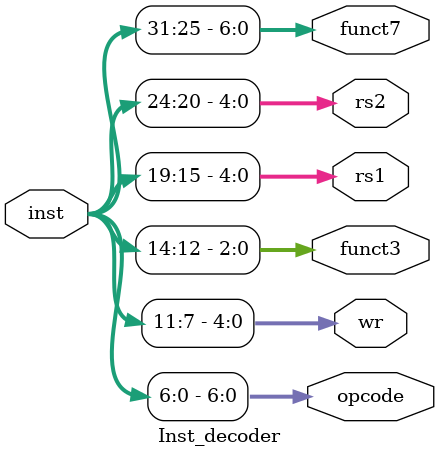
<source format=v>
module Inst_decoder(
    input   wire    [31:0]      inst,
    output  wire    [6:0]       opcode,
    output  wire    [4:0]       wr,
    output  wire    [2:0]       funct3,
    output  wire    [4:0]       rs1,
    output  wire    [4:0]       rs2,
    output  wire    [6:0]       funct7
    );

    assign opcode   = inst [6:0];
    assign wr       = inst [11:7];
    assign funct3   = inst [14:12];
    assign rs1      = inst [19:15];
    assign rs2      = inst [24:20];
    assign funct7   = inst [31:25]; 


endmodule

</source>
